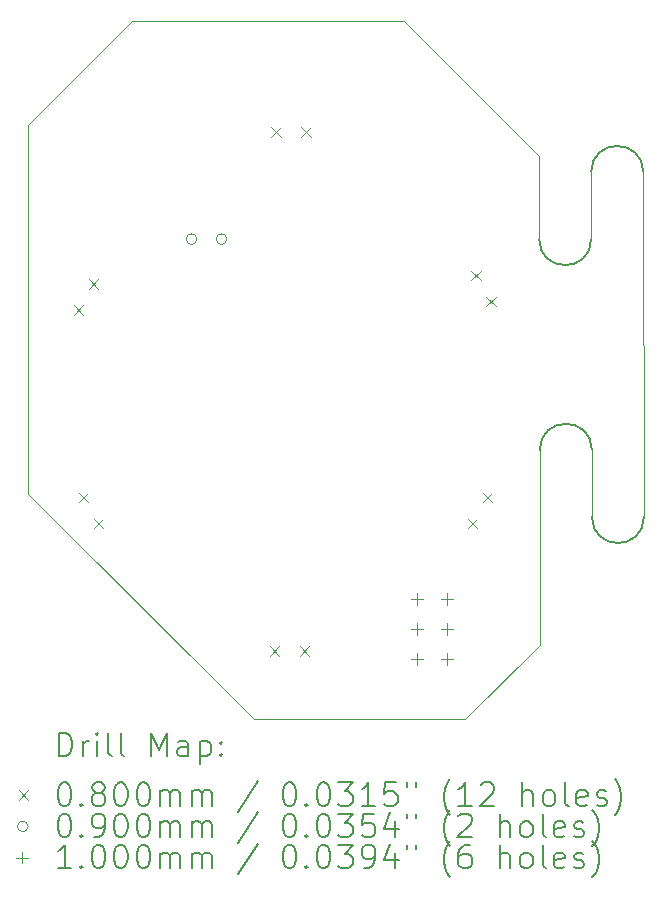
<source format=gbr>
%TF.GenerationSoftware,KiCad,Pcbnew,9.0.4*%
%TF.CreationDate,2025-10-13T15:08:05-05:00*%
%TF.ProjectId,tplane2025,74706c61-6e65-4323-9032-352e6b696361,rev?*%
%TF.SameCoordinates,Original*%
%TF.FileFunction,Drillmap*%
%TF.FilePolarity,Positive*%
%FSLAX45Y45*%
G04 Gerber Fmt 4.5, Leading zero omitted, Abs format (unit mm)*
G04 Created by KiCad (PCBNEW 9.0.4) date 2025-10-13 15:08:05*
%MOMM*%
%LPD*%
G01*
G04 APERTURE LIST*
%ADD10C,0.200000*%
%ADD11C,0.050000*%
%ADD12C,0.100000*%
G04 APERTURE END LIST*
D10*
X17290422Y-5948000D02*
G75*
G02*
X17731267Y-5948000I220422J0D01*
G01*
D11*
X14434000Y-10582000D02*
X12526000Y-8674000D01*
X17296422Y-8300578D02*
X17296422Y-8868578D01*
D10*
X17737267Y-8868578D02*
G75*
G02*
X17296422Y-8868578I-220422J0D01*
G01*
X16855578Y-8300578D02*
G75*
G02*
X17296422Y-8300578I220422J0D01*
G01*
D11*
X17290422Y-6516000D02*
X17290422Y-5948000D01*
X16226000Y-10582000D02*
X14434000Y-10582000D01*
X16849578Y-6516000D02*
X16849578Y-5817000D01*
X13406000Y-4671000D02*
X15704000Y-4671000D01*
X17737267Y-8868578D02*
X17731267Y-5948000D01*
X16855578Y-9952000D02*
X16226000Y-10582000D01*
X12526000Y-5551000D02*
X13406000Y-4671000D01*
X16855578Y-8300578D02*
X16855578Y-9952000D01*
X15704000Y-4671000D02*
X16849578Y-5816578D01*
X12526000Y-8674000D02*
X12526000Y-5551000D01*
D10*
X17290422Y-6516000D02*
G75*
G02*
X16849578Y-6516000I-220422J0D01*
G01*
D12*
X12908848Y-7075467D02*
X12988848Y-7155467D01*
X12988848Y-7075467D02*
X12908848Y-7155467D01*
X12950000Y-8662030D02*
X13030000Y-8742030D01*
X13030000Y-8662030D02*
X12950000Y-8742030D01*
X13035848Y-6855497D02*
X13115848Y-6935497D01*
X13115848Y-6855497D02*
X13035848Y-6935497D01*
X13077000Y-8882000D02*
X13157000Y-8962000D01*
X13157000Y-8882000D02*
X13077000Y-8962000D01*
X14571000Y-9962000D02*
X14651000Y-10042000D01*
X14651000Y-9962000D02*
X14571000Y-10042000D01*
X14582000Y-5570500D02*
X14662000Y-5650500D01*
X14662000Y-5570500D02*
X14582000Y-5650500D01*
X14825000Y-9962000D02*
X14905000Y-10042000D01*
X14905000Y-9962000D02*
X14825000Y-10042000D01*
X14836000Y-5570500D02*
X14916000Y-5650500D01*
X14916000Y-5570500D02*
X14836000Y-5650500D01*
X16245152Y-8884503D02*
X16325152Y-8964503D01*
X16325152Y-8884503D02*
X16245152Y-8964503D01*
X16274152Y-6786033D02*
X16354152Y-6866033D01*
X16354152Y-6786033D02*
X16274152Y-6866033D01*
X16372152Y-8664533D02*
X16452152Y-8744533D01*
X16452152Y-8664533D02*
X16372152Y-8744533D01*
X16401152Y-7006003D02*
X16481152Y-7086003D01*
X16481152Y-7006003D02*
X16401152Y-7086003D01*
X13952000Y-6516000D02*
G75*
G02*
X13862000Y-6516000I-45000J0D01*
G01*
X13862000Y-6516000D02*
G75*
G02*
X13952000Y-6516000I45000J0D01*
G01*
X14206000Y-6516000D02*
G75*
G02*
X14116000Y-6516000I-45000J0D01*
G01*
X14116000Y-6516000D02*
G75*
G02*
X14206000Y-6516000I45000J0D01*
G01*
X15817000Y-9515000D02*
X15817000Y-9615000D01*
X15767000Y-9565000D02*
X15867000Y-9565000D01*
X15817000Y-9769000D02*
X15817000Y-9869000D01*
X15767000Y-9819000D02*
X15867000Y-9819000D01*
X15817000Y-10023000D02*
X15817000Y-10123000D01*
X15767000Y-10073000D02*
X15867000Y-10073000D01*
X16071000Y-9515000D02*
X16071000Y-9615000D01*
X16021000Y-9565000D02*
X16121000Y-9565000D01*
X16071000Y-9769000D02*
X16071000Y-9869000D01*
X16021000Y-9819000D02*
X16121000Y-9819000D01*
X16071000Y-10023000D02*
X16071000Y-10123000D01*
X16021000Y-10073000D02*
X16121000Y-10073000D01*
D10*
X12784277Y-10895984D02*
X12784277Y-10695984D01*
X12784277Y-10695984D02*
X12831896Y-10695984D01*
X12831896Y-10695984D02*
X12860467Y-10705508D01*
X12860467Y-10705508D02*
X12879515Y-10724555D01*
X12879515Y-10724555D02*
X12889039Y-10743603D01*
X12889039Y-10743603D02*
X12898562Y-10781698D01*
X12898562Y-10781698D02*
X12898562Y-10810270D01*
X12898562Y-10810270D02*
X12889039Y-10848365D01*
X12889039Y-10848365D02*
X12879515Y-10867412D01*
X12879515Y-10867412D02*
X12860467Y-10886460D01*
X12860467Y-10886460D02*
X12831896Y-10895984D01*
X12831896Y-10895984D02*
X12784277Y-10895984D01*
X12984277Y-10895984D02*
X12984277Y-10762650D01*
X12984277Y-10800746D02*
X12993801Y-10781698D01*
X12993801Y-10781698D02*
X13003324Y-10772174D01*
X13003324Y-10772174D02*
X13022372Y-10762650D01*
X13022372Y-10762650D02*
X13041420Y-10762650D01*
X13108086Y-10895984D02*
X13108086Y-10762650D01*
X13108086Y-10695984D02*
X13098562Y-10705508D01*
X13098562Y-10705508D02*
X13108086Y-10715031D01*
X13108086Y-10715031D02*
X13117610Y-10705508D01*
X13117610Y-10705508D02*
X13108086Y-10695984D01*
X13108086Y-10695984D02*
X13108086Y-10715031D01*
X13231896Y-10895984D02*
X13212848Y-10886460D01*
X13212848Y-10886460D02*
X13203324Y-10867412D01*
X13203324Y-10867412D02*
X13203324Y-10695984D01*
X13336658Y-10895984D02*
X13317610Y-10886460D01*
X13317610Y-10886460D02*
X13308086Y-10867412D01*
X13308086Y-10867412D02*
X13308086Y-10695984D01*
X13565229Y-10895984D02*
X13565229Y-10695984D01*
X13565229Y-10695984D02*
X13631896Y-10838841D01*
X13631896Y-10838841D02*
X13698562Y-10695984D01*
X13698562Y-10695984D02*
X13698562Y-10895984D01*
X13879515Y-10895984D02*
X13879515Y-10791222D01*
X13879515Y-10791222D02*
X13869991Y-10772174D01*
X13869991Y-10772174D02*
X13850943Y-10762650D01*
X13850943Y-10762650D02*
X13812848Y-10762650D01*
X13812848Y-10762650D02*
X13793801Y-10772174D01*
X13879515Y-10886460D02*
X13860467Y-10895984D01*
X13860467Y-10895984D02*
X13812848Y-10895984D01*
X13812848Y-10895984D02*
X13793801Y-10886460D01*
X13793801Y-10886460D02*
X13784277Y-10867412D01*
X13784277Y-10867412D02*
X13784277Y-10848365D01*
X13784277Y-10848365D02*
X13793801Y-10829317D01*
X13793801Y-10829317D02*
X13812848Y-10819793D01*
X13812848Y-10819793D02*
X13860467Y-10819793D01*
X13860467Y-10819793D02*
X13879515Y-10810270D01*
X13974753Y-10762650D02*
X13974753Y-10962650D01*
X13974753Y-10772174D02*
X13993801Y-10762650D01*
X13993801Y-10762650D02*
X14031896Y-10762650D01*
X14031896Y-10762650D02*
X14050943Y-10772174D01*
X14050943Y-10772174D02*
X14060467Y-10781698D01*
X14060467Y-10781698D02*
X14069991Y-10800746D01*
X14069991Y-10800746D02*
X14069991Y-10857889D01*
X14069991Y-10857889D02*
X14060467Y-10876936D01*
X14060467Y-10876936D02*
X14050943Y-10886460D01*
X14050943Y-10886460D02*
X14031896Y-10895984D01*
X14031896Y-10895984D02*
X13993801Y-10895984D01*
X13993801Y-10895984D02*
X13974753Y-10886460D01*
X14155705Y-10876936D02*
X14165229Y-10886460D01*
X14165229Y-10886460D02*
X14155705Y-10895984D01*
X14155705Y-10895984D02*
X14146182Y-10886460D01*
X14146182Y-10886460D02*
X14155705Y-10876936D01*
X14155705Y-10876936D02*
X14155705Y-10895984D01*
X14155705Y-10772174D02*
X14165229Y-10781698D01*
X14165229Y-10781698D02*
X14155705Y-10791222D01*
X14155705Y-10791222D02*
X14146182Y-10781698D01*
X14146182Y-10781698D02*
X14155705Y-10772174D01*
X14155705Y-10772174D02*
X14155705Y-10791222D01*
D12*
X12443500Y-11184500D02*
X12523500Y-11264500D01*
X12523500Y-11184500D02*
X12443500Y-11264500D01*
D10*
X12822372Y-11115984D02*
X12841420Y-11115984D01*
X12841420Y-11115984D02*
X12860467Y-11125508D01*
X12860467Y-11125508D02*
X12869991Y-11135031D01*
X12869991Y-11135031D02*
X12879515Y-11154079D01*
X12879515Y-11154079D02*
X12889039Y-11192174D01*
X12889039Y-11192174D02*
X12889039Y-11239793D01*
X12889039Y-11239793D02*
X12879515Y-11277888D01*
X12879515Y-11277888D02*
X12869991Y-11296936D01*
X12869991Y-11296936D02*
X12860467Y-11306460D01*
X12860467Y-11306460D02*
X12841420Y-11315984D01*
X12841420Y-11315984D02*
X12822372Y-11315984D01*
X12822372Y-11315984D02*
X12803324Y-11306460D01*
X12803324Y-11306460D02*
X12793801Y-11296936D01*
X12793801Y-11296936D02*
X12784277Y-11277888D01*
X12784277Y-11277888D02*
X12774753Y-11239793D01*
X12774753Y-11239793D02*
X12774753Y-11192174D01*
X12774753Y-11192174D02*
X12784277Y-11154079D01*
X12784277Y-11154079D02*
X12793801Y-11135031D01*
X12793801Y-11135031D02*
X12803324Y-11125508D01*
X12803324Y-11125508D02*
X12822372Y-11115984D01*
X12974753Y-11296936D02*
X12984277Y-11306460D01*
X12984277Y-11306460D02*
X12974753Y-11315984D01*
X12974753Y-11315984D02*
X12965229Y-11306460D01*
X12965229Y-11306460D02*
X12974753Y-11296936D01*
X12974753Y-11296936D02*
X12974753Y-11315984D01*
X13098562Y-11201698D02*
X13079515Y-11192174D01*
X13079515Y-11192174D02*
X13069991Y-11182650D01*
X13069991Y-11182650D02*
X13060467Y-11163603D01*
X13060467Y-11163603D02*
X13060467Y-11154079D01*
X13060467Y-11154079D02*
X13069991Y-11135031D01*
X13069991Y-11135031D02*
X13079515Y-11125508D01*
X13079515Y-11125508D02*
X13098562Y-11115984D01*
X13098562Y-11115984D02*
X13136658Y-11115984D01*
X13136658Y-11115984D02*
X13155705Y-11125508D01*
X13155705Y-11125508D02*
X13165229Y-11135031D01*
X13165229Y-11135031D02*
X13174753Y-11154079D01*
X13174753Y-11154079D02*
X13174753Y-11163603D01*
X13174753Y-11163603D02*
X13165229Y-11182650D01*
X13165229Y-11182650D02*
X13155705Y-11192174D01*
X13155705Y-11192174D02*
X13136658Y-11201698D01*
X13136658Y-11201698D02*
X13098562Y-11201698D01*
X13098562Y-11201698D02*
X13079515Y-11211222D01*
X13079515Y-11211222D02*
X13069991Y-11220746D01*
X13069991Y-11220746D02*
X13060467Y-11239793D01*
X13060467Y-11239793D02*
X13060467Y-11277888D01*
X13060467Y-11277888D02*
X13069991Y-11296936D01*
X13069991Y-11296936D02*
X13079515Y-11306460D01*
X13079515Y-11306460D02*
X13098562Y-11315984D01*
X13098562Y-11315984D02*
X13136658Y-11315984D01*
X13136658Y-11315984D02*
X13155705Y-11306460D01*
X13155705Y-11306460D02*
X13165229Y-11296936D01*
X13165229Y-11296936D02*
X13174753Y-11277888D01*
X13174753Y-11277888D02*
X13174753Y-11239793D01*
X13174753Y-11239793D02*
X13165229Y-11220746D01*
X13165229Y-11220746D02*
X13155705Y-11211222D01*
X13155705Y-11211222D02*
X13136658Y-11201698D01*
X13298562Y-11115984D02*
X13317610Y-11115984D01*
X13317610Y-11115984D02*
X13336658Y-11125508D01*
X13336658Y-11125508D02*
X13346182Y-11135031D01*
X13346182Y-11135031D02*
X13355705Y-11154079D01*
X13355705Y-11154079D02*
X13365229Y-11192174D01*
X13365229Y-11192174D02*
X13365229Y-11239793D01*
X13365229Y-11239793D02*
X13355705Y-11277888D01*
X13355705Y-11277888D02*
X13346182Y-11296936D01*
X13346182Y-11296936D02*
X13336658Y-11306460D01*
X13336658Y-11306460D02*
X13317610Y-11315984D01*
X13317610Y-11315984D02*
X13298562Y-11315984D01*
X13298562Y-11315984D02*
X13279515Y-11306460D01*
X13279515Y-11306460D02*
X13269991Y-11296936D01*
X13269991Y-11296936D02*
X13260467Y-11277888D01*
X13260467Y-11277888D02*
X13250943Y-11239793D01*
X13250943Y-11239793D02*
X13250943Y-11192174D01*
X13250943Y-11192174D02*
X13260467Y-11154079D01*
X13260467Y-11154079D02*
X13269991Y-11135031D01*
X13269991Y-11135031D02*
X13279515Y-11125508D01*
X13279515Y-11125508D02*
X13298562Y-11115984D01*
X13489039Y-11115984D02*
X13508086Y-11115984D01*
X13508086Y-11115984D02*
X13527134Y-11125508D01*
X13527134Y-11125508D02*
X13536658Y-11135031D01*
X13536658Y-11135031D02*
X13546182Y-11154079D01*
X13546182Y-11154079D02*
X13555705Y-11192174D01*
X13555705Y-11192174D02*
X13555705Y-11239793D01*
X13555705Y-11239793D02*
X13546182Y-11277888D01*
X13546182Y-11277888D02*
X13536658Y-11296936D01*
X13536658Y-11296936D02*
X13527134Y-11306460D01*
X13527134Y-11306460D02*
X13508086Y-11315984D01*
X13508086Y-11315984D02*
X13489039Y-11315984D01*
X13489039Y-11315984D02*
X13469991Y-11306460D01*
X13469991Y-11306460D02*
X13460467Y-11296936D01*
X13460467Y-11296936D02*
X13450943Y-11277888D01*
X13450943Y-11277888D02*
X13441420Y-11239793D01*
X13441420Y-11239793D02*
X13441420Y-11192174D01*
X13441420Y-11192174D02*
X13450943Y-11154079D01*
X13450943Y-11154079D02*
X13460467Y-11135031D01*
X13460467Y-11135031D02*
X13469991Y-11125508D01*
X13469991Y-11125508D02*
X13489039Y-11115984D01*
X13641420Y-11315984D02*
X13641420Y-11182650D01*
X13641420Y-11201698D02*
X13650943Y-11192174D01*
X13650943Y-11192174D02*
X13669991Y-11182650D01*
X13669991Y-11182650D02*
X13698563Y-11182650D01*
X13698563Y-11182650D02*
X13717610Y-11192174D01*
X13717610Y-11192174D02*
X13727134Y-11211222D01*
X13727134Y-11211222D02*
X13727134Y-11315984D01*
X13727134Y-11211222D02*
X13736658Y-11192174D01*
X13736658Y-11192174D02*
X13755705Y-11182650D01*
X13755705Y-11182650D02*
X13784277Y-11182650D01*
X13784277Y-11182650D02*
X13803324Y-11192174D01*
X13803324Y-11192174D02*
X13812848Y-11211222D01*
X13812848Y-11211222D02*
X13812848Y-11315984D01*
X13908086Y-11315984D02*
X13908086Y-11182650D01*
X13908086Y-11201698D02*
X13917610Y-11192174D01*
X13917610Y-11192174D02*
X13936658Y-11182650D01*
X13936658Y-11182650D02*
X13965229Y-11182650D01*
X13965229Y-11182650D02*
X13984277Y-11192174D01*
X13984277Y-11192174D02*
X13993801Y-11211222D01*
X13993801Y-11211222D02*
X13993801Y-11315984D01*
X13993801Y-11211222D02*
X14003324Y-11192174D01*
X14003324Y-11192174D02*
X14022372Y-11182650D01*
X14022372Y-11182650D02*
X14050943Y-11182650D01*
X14050943Y-11182650D02*
X14069991Y-11192174D01*
X14069991Y-11192174D02*
X14079515Y-11211222D01*
X14079515Y-11211222D02*
X14079515Y-11315984D01*
X14469991Y-11106460D02*
X14298563Y-11363603D01*
X14727134Y-11115984D02*
X14746182Y-11115984D01*
X14746182Y-11115984D02*
X14765229Y-11125508D01*
X14765229Y-11125508D02*
X14774753Y-11135031D01*
X14774753Y-11135031D02*
X14784277Y-11154079D01*
X14784277Y-11154079D02*
X14793801Y-11192174D01*
X14793801Y-11192174D02*
X14793801Y-11239793D01*
X14793801Y-11239793D02*
X14784277Y-11277888D01*
X14784277Y-11277888D02*
X14774753Y-11296936D01*
X14774753Y-11296936D02*
X14765229Y-11306460D01*
X14765229Y-11306460D02*
X14746182Y-11315984D01*
X14746182Y-11315984D02*
X14727134Y-11315984D01*
X14727134Y-11315984D02*
X14708086Y-11306460D01*
X14708086Y-11306460D02*
X14698563Y-11296936D01*
X14698563Y-11296936D02*
X14689039Y-11277888D01*
X14689039Y-11277888D02*
X14679515Y-11239793D01*
X14679515Y-11239793D02*
X14679515Y-11192174D01*
X14679515Y-11192174D02*
X14689039Y-11154079D01*
X14689039Y-11154079D02*
X14698563Y-11135031D01*
X14698563Y-11135031D02*
X14708086Y-11125508D01*
X14708086Y-11125508D02*
X14727134Y-11115984D01*
X14879515Y-11296936D02*
X14889039Y-11306460D01*
X14889039Y-11306460D02*
X14879515Y-11315984D01*
X14879515Y-11315984D02*
X14869991Y-11306460D01*
X14869991Y-11306460D02*
X14879515Y-11296936D01*
X14879515Y-11296936D02*
X14879515Y-11315984D01*
X15012848Y-11115984D02*
X15031896Y-11115984D01*
X15031896Y-11115984D02*
X15050944Y-11125508D01*
X15050944Y-11125508D02*
X15060467Y-11135031D01*
X15060467Y-11135031D02*
X15069991Y-11154079D01*
X15069991Y-11154079D02*
X15079515Y-11192174D01*
X15079515Y-11192174D02*
X15079515Y-11239793D01*
X15079515Y-11239793D02*
X15069991Y-11277888D01*
X15069991Y-11277888D02*
X15060467Y-11296936D01*
X15060467Y-11296936D02*
X15050944Y-11306460D01*
X15050944Y-11306460D02*
X15031896Y-11315984D01*
X15031896Y-11315984D02*
X15012848Y-11315984D01*
X15012848Y-11315984D02*
X14993801Y-11306460D01*
X14993801Y-11306460D02*
X14984277Y-11296936D01*
X14984277Y-11296936D02*
X14974753Y-11277888D01*
X14974753Y-11277888D02*
X14965229Y-11239793D01*
X14965229Y-11239793D02*
X14965229Y-11192174D01*
X14965229Y-11192174D02*
X14974753Y-11154079D01*
X14974753Y-11154079D02*
X14984277Y-11135031D01*
X14984277Y-11135031D02*
X14993801Y-11125508D01*
X14993801Y-11125508D02*
X15012848Y-11115984D01*
X15146182Y-11115984D02*
X15269991Y-11115984D01*
X15269991Y-11115984D02*
X15203325Y-11192174D01*
X15203325Y-11192174D02*
X15231896Y-11192174D01*
X15231896Y-11192174D02*
X15250944Y-11201698D01*
X15250944Y-11201698D02*
X15260467Y-11211222D01*
X15260467Y-11211222D02*
X15269991Y-11230269D01*
X15269991Y-11230269D02*
X15269991Y-11277888D01*
X15269991Y-11277888D02*
X15260467Y-11296936D01*
X15260467Y-11296936D02*
X15250944Y-11306460D01*
X15250944Y-11306460D02*
X15231896Y-11315984D01*
X15231896Y-11315984D02*
X15174753Y-11315984D01*
X15174753Y-11315984D02*
X15155706Y-11306460D01*
X15155706Y-11306460D02*
X15146182Y-11296936D01*
X15460467Y-11315984D02*
X15346182Y-11315984D01*
X15403325Y-11315984D02*
X15403325Y-11115984D01*
X15403325Y-11115984D02*
X15384277Y-11144555D01*
X15384277Y-11144555D02*
X15365229Y-11163603D01*
X15365229Y-11163603D02*
X15346182Y-11173127D01*
X15641420Y-11115984D02*
X15546182Y-11115984D01*
X15546182Y-11115984D02*
X15536658Y-11211222D01*
X15536658Y-11211222D02*
X15546182Y-11201698D01*
X15546182Y-11201698D02*
X15565229Y-11192174D01*
X15565229Y-11192174D02*
X15612848Y-11192174D01*
X15612848Y-11192174D02*
X15631896Y-11201698D01*
X15631896Y-11201698D02*
X15641420Y-11211222D01*
X15641420Y-11211222D02*
X15650944Y-11230269D01*
X15650944Y-11230269D02*
X15650944Y-11277888D01*
X15650944Y-11277888D02*
X15641420Y-11296936D01*
X15641420Y-11296936D02*
X15631896Y-11306460D01*
X15631896Y-11306460D02*
X15612848Y-11315984D01*
X15612848Y-11315984D02*
X15565229Y-11315984D01*
X15565229Y-11315984D02*
X15546182Y-11306460D01*
X15546182Y-11306460D02*
X15536658Y-11296936D01*
X15727134Y-11115984D02*
X15727134Y-11154079D01*
X15803325Y-11115984D02*
X15803325Y-11154079D01*
X16098563Y-11392174D02*
X16089039Y-11382650D01*
X16089039Y-11382650D02*
X16069991Y-11354079D01*
X16069991Y-11354079D02*
X16060468Y-11335031D01*
X16060468Y-11335031D02*
X16050944Y-11306460D01*
X16050944Y-11306460D02*
X16041420Y-11258841D01*
X16041420Y-11258841D02*
X16041420Y-11220746D01*
X16041420Y-11220746D02*
X16050944Y-11173127D01*
X16050944Y-11173127D02*
X16060468Y-11144555D01*
X16060468Y-11144555D02*
X16069991Y-11125508D01*
X16069991Y-11125508D02*
X16089039Y-11096936D01*
X16089039Y-11096936D02*
X16098563Y-11087412D01*
X16279515Y-11315984D02*
X16165229Y-11315984D01*
X16222372Y-11315984D02*
X16222372Y-11115984D01*
X16222372Y-11115984D02*
X16203325Y-11144555D01*
X16203325Y-11144555D02*
X16184277Y-11163603D01*
X16184277Y-11163603D02*
X16165229Y-11173127D01*
X16355706Y-11135031D02*
X16365229Y-11125508D01*
X16365229Y-11125508D02*
X16384277Y-11115984D01*
X16384277Y-11115984D02*
X16431896Y-11115984D01*
X16431896Y-11115984D02*
X16450944Y-11125508D01*
X16450944Y-11125508D02*
X16460468Y-11135031D01*
X16460468Y-11135031D02*
X16469991Y-11154079D01*
X16469991Y-11154079D02*
X16469991Y-11173127D01*
X16469991Y-11173127D02*
X16460468Y-11201698D01*
X16460468Y-11201698D02*
X16346182Y-11315984D01*
X16346182Y-11315984D02*
X16469991Y-11315984D01*
X16708087Y-11315984D02*
X16708087Y-11115984D01*
X16793801Y-11315984D02*
X16793801Y-11211222D01*
X16793801Y-11211222D02*
X16784277Y-11192174D01*
X16784277Y-11192174D02*
X16765230Y-11182650D01*
X16765230Y-11182650D02*
X16736658Y-11182650D01*
X16736658Y-11182650D02*
X16717610Y-11192174D01*
X16717610Y-11192174D02*
X16708087Y-11201698D01*
X16917611Y-11315984D02*
X16898563Y-11306460D01*
X16898563Y-11306460D02*
X16889039Y-11296936D01*
X16889039Y-11296936D02*
X16879515Y-11277888D01*
X16879515Y-11277888D02*
X16879515Y-11220746D01*
X16879515Y-11220746D02*
X16889039Y-11201698D01*
X16889039Y-11201698D02*
X16898563Y-11192174D01*
X16898563Y-11192174D02*
X16917611Y-11182650D01*
X16917611Y-11182650D02*
X16946182Y-11182650D01*
X16946182Y-11182650D02*
X16965230Y-11192174D01*
X16965230Y-11192174D02*
X16974753Y-11201698D01*
X16974753Y-11201698D02*
X16984277Y-11220746D01*
X16984277Y-11220746D02*
X16984277Y-11277888D01*
X16984277Y-11277888D02*
X16974753Y-11296936D01*
X16974753Y-11296936D02*
X16965230Y-11306460D01*
X16965230Y-11306460D02*
X16946182Y-11315984D01*
X16946182Y-11315984D02*
X16917611Y-11315984D01*
X17098563Y-11315984D02*
X17079515Y-11306460D01*
X17079515Y-11306460D02*
X17069992Y-11287412D01*
X17069992Y-11287412D02*
X17069992Y-11115984D01*
X17250944Y-11306460D02*
X17231896Y-11315984D01*
X17231896Y-11315984D02*
X17193801Y-11315984D01*
X17193801Y-11315984D02*
X17174753Y-11306460D01*
X17174753Y-11306460D02*
X17165230Y-11287412D01*
X17165230Y-11287412D02*
X17165230Y-11211222D01*
X17165230Y-11211222D02*
X17174753Y-11192174D01*
X17174753Y-11192174D02*
X17193801Y-11182650D01*
X17193801Y-11182650D02*
X17231896Y-11182650D01*
X17231896Y-11182650D02*
X17250944Y-11192174D01*
X17250944Y-11192174D02*
X17260468Y-11211222D01*
X17260468Y-11211222D02*
X17260468Y-11230269D01*
X17260468Y-11230269D02*
X17165230Y-11249317D01*
X17336658Y-11306460D02*
X17355706Y-11315984D01*
X17355706Y-11315984D02*
X17393801Y-11315984D01*
X17393801Y-11315984D02*
X17412849Y-11306460D01*
X17412849Y-11306460D02*
X17422373Y-11287412D01*
X17422373Y-11287412D02*
X17422373Y-11277888D01*
X17422373Y-11277888D02*
X17412849Y-11258841D01*
X17412849Y-11258841D02*
X17393801Y-11249317D01*
X17393801Y-11249317D02*
X17365230Y-11249317D01*
X17365230Y-11249317D02*
X17346182Y-11239793D01*
X17346182Y-11239793D02*
X17336658Y-11220746D01*
X17336658Y-11220746D02*
X17336658Y-11211222D01*
X17336658Y-11211222D02*
X17346182Y-11192174D01*
X17346182Y-11192174D02*
X17365230Y-11182650D01*
X17365230Y-11182650D02*
X17393801Y-11182650D01*
X17393801Y-11182650D02*
X17412849Y-11192174D01*
X17489039Y-11392174D02*
X17498563Y-11382650D01*
X17498563Y-11382650D02*
X17517611Y-11354079D01*
X17517611Y-11354079D02*
X17527134Y-11335031D01*
X17527134Y-11335031D02*
X17536658Y-11306460D01*
X17536658Y-11306460D02*
X17546182Y-11258841D01*
X17546182Y-11258841D02*
X17546182Y-11220746D01*
X17546182Y-11220746D02*
X17536658Y-11173127D01*
X17536658Y-11173127D02*
X17527134Y-11144555D01*
X17527134Y-11144555D02*
X17517611Y-11125508D01*
X17517611Y-11125508D02*
X17498563Y-11096936D01*
X17498563Y-11096936D02*
X17489039Y-11087412D01*
D12*
X12523500Y-11488500D02*
G75*
G02*
X12433500Y-11488500I-45000J0D01*
G01*
X12433500Y-11488500D02*
G75*
G02*
X12523500Y-11488500I45000J0D01*
G01*
D10*
X12822372Y-11379984D02*
X12841420Y-11379984D01*
X12841420Y-11379984D02*
X12860467Y-11389508D01*
X12860467Y-11389508D02*
X12869991Y-11399031D01*
X12869991Y-11399031D02*
X12879515Y-11418079D01*
X12879515Y-11418079D02*
X12889039Y-11456174D01*
X12889039Y-11456174D02*
X12889039Y-11503793D01*
X12889039Y-11503793D02*
X12879515Y-11541888D01*
X12879515Y-11541888D02*
X12869991Y-11560936D01*
X12869991Y-11560936D02*
X12860467Y-11570460D01*
X12860467Y-11570460D02*
X12841420Y-11579984D01*
X12841420Y-11579984D02*
X12822372Y-11579984D01*
X12822372Y-11579984D02*
X12803324Y-11570460D01*
X12803324Y-11570460D02*
X12793801Y-11560936D01*
X12793801Y-11560936D02*
X12784277Y-11541888D01*
X12784277Y-11541888D02*
X12774753Y-11503793D01*
X12774753Y-11503793D02*
X12774753Y-11456174D01*
X12774753Y-11456174D02*
X12784277Y-11418079D01*
X12784277Y-11418079D02*
X12793801Y-11399031D01*
X12793801Y-11399031D02*
X12803324Y-11389508D01*
X12803324Y-11389508D02*
X12822372Y-11379984D01*
X12974753Y-11560936D02*
X12984277Y-11570460D01*
X12984277Y-11570460D02*
X12974753Y-11579984D01*
X12974753Y-11579984D02*
X12965229Y-11570460D01*
X12965229Y-11570460D02*
X12974753Y-11560936D01*
X12974753Y-11560936D02*
X12974753Y-11579984D01*
X13079515Y-11579984D02*
X13117610Y-11579984D01*
X13117610Y-11579984D02*
X13136658Y-11570460D01*
X13136658Y-11570460D02*
X13146182Y-11560936D01*
X13146182Y-11560936D02*
X13165229Y-11532365D01*
X13165229Y-11532365D02*
X13174753Y-11494269D01*
X13174753Y-11494269D02*
X13174753Y-11418079D01*
X13174753Y-11418079D02*
X13165229Y-11399031D01*
X13165229Y-11399031D02*
X13155705Y-11389508D01*
X13155705Y-11389508D02*
X13136658Y-11379984D01*
X13136658Y-11379984D02*
X13098562Y-11379984D01*
X13098562Y-11379984D02*
X13079515Y-11389508D01*
X13079515Y-11389508D02*
X13069991Y-11399031D01*
X13069991Y-11399031D02*
X13060467Y-11418079D01*
X13060467Y-11418079D02*
X13060467Y-11465698D01*
X13060467Y-11465698D02*
X13069991Y-11484746D01*
X13069991Y-11484746D02*
X13079515Y-11494269D01*
X13079515Y-11494269D02*
X13098562Y-11503793D01*
X13098562Y-11503793D02*
X13136658Y-11503793D01*
X13136658Y-11503793D02*
X13155705Y-11494269D01*
X13155705Y-11494269D02*
X13165229Y-11484746D01*
X13165229Y-11484746D02*
X13174753Y-11465698D01*
X13298562Y-11379984D02*
X13317610Y-11379984D01*
X13317610Y-11379984D02*
X13336658Y-11389508D01*
X13336658Y-11389508D02*
X13346182Y-11399031D01*
X13346182Y-11399031D02*
X13355705Y-11418079D01*
X13355705Y-11418079D02*
X13365229Y-11456174D01*
X13365229Y-11456174D02*
X13365229Y-11503793D01*
X13365229Y-11503793D02*
X13355705Y-11541888D01*
X13355705Y-11541888D02*
X13346182Y-11560936D01*
X13346182Y-11560936D02*
X13336658Y-11570460D01*
X13336658Y-11570460D02*
X13317610Y-11579984D01*
X13317610Y-11579984D02*
X13298562Y-11579984D01*
X13298562Y-11579984D02*
X13279515Y-11570460D01*
X13279515Y-11570460D02*
X13269991Y-11560936D01*
X13269991Y-11560936D02*
X13260467Y-11541888D01*
X13260467Y-11541888D02*
X13250943Y-11503793D01*
X13250943Y-11503793D02*
X13250943Y-11456174D01*
X13250943Y-11456174D02*
X13260467Y-11418079D01*
X13260467Y-11418079D02*
X13269991Y-11399031D01*
X13269991Y-11399031D02*
X13279515Y-11389508D01*
X13279515Y-11389508D02*
X13298562Y-11379984D01*
X13489039Y-11379984D02*
X13508086Y-11379984D01*
X13508086Y-11379984D02*
X13527134Y-11389508D01*
X13527134Y-11389508D02*
X13536658Y-11399031D01*
X13536658Y-11399031D02*
X13546182Y-11418079D01*
X13546182Y-11418079D02*
X13555705Y-11456174D01*
X13555705Y-11456174D02*
X13555705Y-11503793D01*
X13555705Y-11503793D02*
X13546182Y-11541888D01*
X13546182Y-11541888D02*
X13536658Y-11560936D01*
X13536658Y-11560936D02*
X13527134Y-11570460D01*
X13527134Y-11570460D02*
X13508086Y-11579984D01*
X13508086Y-11579984D02*
X13489039Y-11579984D01*
X13489039Y-11579984D02*
X13469991Y-11570460D01*
X13469991Y-11570460D02*
X13460467Y-11560936D01*
X13460467Y-11560936D02*
X13450943Y-11541888D01*
X13450943Y-11541888D02*
X13441420Y-11503793D01*
X13441420Y-11503793D02*
X13441420Y-11456174D01*
X13441420Y-11456174D02*
X13450943Y-11418079D01*
X13450943Y-11418079D02*
X13460467Y-11399031D01*
X13460467Y-11399031D02*
X13469991Y-11389508D01*
X13469991Y-11389508D02*
X13489039Y-11379984D01*
X13641420Y-11579984D02*
X13641420Y-11446650D01*
X13641420Y-11465698D02*
X13650943Y-11456174D01*
X13650943Y-11456174D02*
X13669991Y-11446650D01*
X13669991Y-11446650D02*
X13698563Y-11446650D01*
X13698563Y-11446650D02*
X13717610Y-11456174D01*
X13717610Y-11456174D02*
X13727134Y-11475222D01*
X13727134Y-11475222D02*
X13727134Y-11579984D01*
X13727134Y-11475222D02*
X13736658Y-11456174D01*
X13736658Y-11456174D02*
X13755705Y-11446650D01*
X13755705Y-11446650D02*
X13784277Y-11446650D01*
X13784277Y-11446650D02*
X13803324Y-11456174D01*
X13803324Y-11456174D02*
X13812848Y-11475222D01*
X13812848Y-11475222D02*
X13812848Y-11579984D01*
X13908086Y-11579984D02*
X13908086Y-11446650D01*
X13908086Y-11465698D02*
X13917610Y-11456174D01*
X13917610Y-11456174D02*
X13936658Y-11446650D01*
X13936658Y-11446650D02*
X13965229Y-11446650D01*
X13965229Y-11446650D02*
X13984277Y-11456174D01*
X13984277Y-11456174D02*
X13993801Y-11475222D01*
X13993801Y-11475222D02*
X13993801Y-11579984D01*
X13993801Y-11475222D02*
X14003324Y-11456174D01*
X14003324Y-11456174D02*
X14022372Y-11446650D01*
X14022372Y-11446650D02*
X14050943Y-11446650D01*
X14050943Y-11446650D02*
X14069991Y-11456174D01*
X14069991Y-11456174D02*
X14079515Y-11475222D01*
X14079515Y-11475222D02*
X14079515Y-11579984D01*
X14469991Y-11370460D02*
X14298563Y-11627603D01*
X14727134Y-11379984D02*
X14746182Y-11379984D01*
X14746182Y-11379984D02*
X14765229Y-11389508D01*
X14765229Y-11389508D02*
X14774753Y-11399031D01*
X14774753Y-11399031D02*
X14784277Y-11418079D01*
X14784277Y-11418079D02*
X14793801Y-11456174D01*
X14793801Y-11456174D02*
X14793801Y-11503793D01*
X14793801Y-11503793D02*
X14784277Y-11541888D01*
X14784277Y-11541888D02*
X14774753Y-11560936D01*
X14774753Y-11560936D02*
X14765229Y-11570460D01*
X14765229Y-11570460D02*
X14746182Y-11579984D01*
X14746182Y-11579984D02*
X14727134Y-11579984D01*
X14727134Y-11579984D02*
X14708086Y-11570460D01*
X14708086Y-11570460D02*
X14698563Y-11560936D01*
X14698563Y-11560936D02*
X14689039Y-11541888D01*
X14689039Y-11541888D02*
X14679515Y-11503793D01*
X14679515Y-11503793D02*
X14679515Y-11456174D01*
X14679515Y-11456174D02*
X14689039Y-11418079D01*
X14689039Y-11418079D02*
X14698563Y-11399031D01*
X14698563Y-11399031D02*
X14708086Y-11389508D01*
X14708086Y-11389508D02*
X14727134Y-11379984D01*
X14879515Y-11560936D02*
X14889039Y-11570460D01*
X14889039Y-11570460D02*
X14879515Y-11579984D01*
X14879515Y-11579984D02*
X14869991Y-11570460D01*
X14869991Y-11570460D02*
X14879515Y-11560936D01*
X14879515Y-11560936D02*
X14879515Y-11579984D01*
X15012848Y-11379984D02*
X15031896Y-11379984D01*
X15031896Y-11379984D02*
X15050944Y-11389508D01*
X15050944Y-11389508D02*
X15060467Y-11399031D01*
X15060467Y-11399031D02*
X15069991Y-11418079D01*
X15069991Y-11418079D02*
X15079515Y-11456174D01*
X15079515Y-11456174D02*
X15079515Y-11503793D01*
X15079515Y-11503793D02*
X15069991Y-11541888D01*
X15069991Y-11541888D02*
X15060467Y-11560936D01*
X15060467Y-11560936D02*
X15050944Y-11570460D01*
X15050944Y-11570460D02*
X15031896Y-11579984D01*
X15031896Y-11579984D02*
X15012848Y-11579984D01*
X15012848Y-11579984D02*
X14993801Y-11570460D01*
X14993801Y-11570460D02*
X14984277Y-11560936D01*
X14984277Y-11560936D02*
X14974753Y-11541888D01*
X14974753Y-11541888D02*
X14965229Y-11503793D01*
X14965229Y-11503793D02*
X14965229Y-11456174D01*
X14965229Y-11456174D02*
X14974753Y-11418079D01*
X14974753Y-11418079D02*
X14984277Y-11399031D01*
X14984277Y-11399031D02*
X14993801Y-11389508D01*
X14993801Y-11389508D02*
X15012848Y-11379984D01*
X15146182Y-11379984D02*
X15269991Y-11379984D01*
X15269991Y-11379984D02*
X15203325Y-11456174D01*
X15203325Y-11456174D02*
X15231896Y-11456174D01*
X15231896Y-11456174D02*
X15250944Y-11465698D01*
X15250944Y-11465698D02*
X15260467Y-11475222D01*
X15260467Y-11475222D02*
X15269991Y-11494269D01*
X15269991Y-11494269D02*
X15269991Y-11541888D01*
X15269991Y-11541888D02*
X15260467Y-11560936D01*
X15260467Y-11560936D02*
X15250944Y-11570460D01*
X15250944Y-11570460D02*
X15231896Y-11579984D01*
X15231896Y-11579984D02*
X15174753Y-11579984D01*
X15174753Y-11579984D02*
X15155706Y-11570460D01*
X15155706Y-11570460D02*
X15146182Y-11560936D01*
X15450944Y-11379984D02*
X15355706Y-11379984D01*
X15355706Y-11379984D02*
X15346182Y-11475222D01*
X15346182Y-11475222D02*
X15355706Y-11465698D01*
X15355706Y-11465698D02*
X15374753Y-11456174D01*
X15374753Y-11456174D02*
X15422372Y-11456174D01*
X15422372Y-11456174D02*
X15441420Y-11465698D01*
X15441420Y-11465698D02*
X15450944Y-11475222D01*
X15450944Y-11475222D02*
X15460467Y-11494269D01*
X15460467Y-11494269D02*
X15460467Y-11541888D01*
X15460467Y-11541888D02*
X15450944Y-11560936D01*
X15450944Y-11560936D02*
X15441420Y-11570460D01*
X15441420Y-11570460D02*
X15422372Y-11579984D01*
X15422372Y-11579984D02*
X15374753Y-11579984D01*
X15374753Y-11579984D02*
X15355706Y-11570460D01*
X15355706Y-11570460D02*
X15346182Y-11560936D01*
X15631896Y-11446650D02*
X15631896Y-11579984D01*
X15584277Y-11370460D02*
X15536658Y-11513317D01*
X15536658Y-11513317D02*
X15660467Y-11513317D01*
X15727134Y-11379984D02*
X15727134Y-11418079D01*
X15803325Y-11379984D02*
X15803325Y-11418079D01*
X16098563Y-11656174D02*
X16089039Y-11646650D01*
X16089039Y-11646650D02*
X16069991Y-11618079D01*
X16069991Y-11618079D02*
X16060468Y-11599031D01*
X16060468Y-11599031D02*
X16050944Y-11570460D01*
X16050944Y-11570460D02*
X16041420Y-11522841D01*
X16041420Y-11522841D02*
X16041420Y-11484746D01*
X16041420Y-11484746D02*
X16050944Y-11437127D01*
X16050944Y-11437127D02*
X16060468Y-11408555D01*
X16060468Y-11408555D02*
X16069991Y-11389508D01*
X16069991Y-11389508D02*
X16089039Y-11360936D01*
X16089039Y-11360936D02*
X16098563Y-11351412D01*
X16165229Y-11399031D02*
X16174753Y-11389508D01*
X16174753Y-11389508D02*
X16193801Y-11379984D01*
X16193801Y-11379984D02*
X16241420Y-11379984D01*
X16241420Y-11379984D02*
X16260468Y-11389508D01*
X16260468Y-11389508D02*
X16269991Y-11399031D01*
X16269991Y-11399031D02*
X16279515Y-11418079D01*
X16279515Y-11418079D02*
X16279515Y-11437127D01*
X16279515Y-11437127D02*
X16269991Y-11465698D01*
X16269991Y-11465698D02*
X16155706Y-11579984D01*
X16155706Y-11579984D02*
X16279515Y-11579984D01*
X16517610Y-11579984D02*
X16517610Y-11379984D01*
X16603325Y-11579984D02*
X16603325Y-11475222D01*
X16603325Y-11475222D02*
X16593801Y-11456174D01*
X16593801Y-11456174D02*
X16574753Y-11446650D01*
X16574753Y-11446650D02*
X16546182Y-11446650D01*
X16546182Y-11446650D02*
X16527134Y-11456174D01*
X16527134Y-11456174D02*
X16517610Y-11465698D01*
X16727134Y-11579984D02*
X16708087Y-11570460D01*
X16708087Y-11570460D02*
X16698563Y-11560936D01*
X16698563Y-11560936D02*
X16689039Y-11541888D01*
X16689039Y-11541888D02*
X16689039Y-11484746D01*
X16689039Y-11484746D02*
X16698563Y-11465698D01*
X16698563Y-11465698D02*
X16708087Y-11456174D01*
X16708087Y-11456174D02*
X16727134Y-11446650D01*
X16727134Y-11446650D02*
X16755706Y-11446650D01*
X16755706Y-11446650D02*
X16774753Y-11456174D01*
X16774753Y-11456174D02*
X16784277Y-11465698D01*
X16784277Y-11465698D02*
X16793801Y-11484746D01*
X16793801Y-11484746D02*
X16793801Y-11541888D01*
X16793801Y-11541888D02*
X16784277Y-11560936D01*
X16784277Y-11560936D02*
X16774753Y-11570460D01*
X16774753Y-11570460D02*
X16755706Y-11579984D01*
X16755706Y-11579984D02*
X16727134Y-11579984D01*
X16908087Y-11579984D02*
X16889039Y-11570460D01*
X16889039Y-11570460D02*
X16879515Y-11551412D01*
X16879515Y-11551412D02*
X16879515Y-11379984D01*
X17060468Y-11570460D02*
X17041420Y-11579984D01*
X17041420Y-11579984D02*
X17003325Y-11579984D01*
X17003325Y-11579984D02*
X16984277Y-11570460D01*
X16984277Y-11570460D02*
X16974753Y-11551412D01*
X16974753Y-11551412D02*
X16974753Y-11475222D01*
X16974753Y-11475222D02*
X16984277Y-11456174D01*
X16984277Y-11456174D02*
X17003325Y-11446650D01*
X17003325Y-11446650D02*
X17041420Y-11446650D01*
X17041420Y-11446650D02*
X17060468Y-11456174D01*
X17060468Y-11456174D02*
X17069992Y-11475222D01*
X17069992Y-11475222D02*
X17069992Y-11494269D01*
X17069992Y-11494269D02*
X16974753Y-11513317D01*
X17146182Y-11570460D02*
X17165230Y-11579984D01*
X17165230Y-11579984D02*
X17203325Y-11579984D01*
X17203325Y-11579984D02*
X17222373Y-11570460D01*
X17222373Y-11570460D02*
X17231896Y-11551412D01*
X17231896Y-11551412D02*
X17231896Y-11541888D01*
X17231896Y-11541888D02*
X17222373Y-11522841D01*
X17222373Y-11522841D02*
X17203325Y-11513317D01*
X17203325Y-11513317D02*
X17174753Y-11513317D01*
X17174753Y-11513317D02*
X17155706Y-11503793D01*
X17155706Y-11503793D02*
X17146182Y-11484746D01*
X17146182Y-11484746D02*
X17146182Y-11475222D01*
X17146182Y-11475222D02*
X17155706Y-11456174D01*
X17155706Y-11456174D02*
X17174753Y-11446650D01*
X17174753Y-11446650D02*
X17203325Y-11446650D01*
X17203325Y-11446650D02*
X17222373Y-11456174D01*
X17298563Y-11656174D02*
X17308087Y-11646650D01*
X17308087Y-11646650D02*
X17327134Y-11618079D01*
X17327134Y-11618079D02*
X17336658Y-11599031D01*
X17336658Y-11599031D02*
X17346182Y-11570460D01*
X17346182Y-11570460D02*
X17355706Y-11522841D01*
X17355706Y-11522841D02*
X17355706Y-11484746D01*
X17355706Y-11484746D02*
X17346182Y-11437127D01*
X17346182Y-11437127D02*
X17336658Y-11408555D01*
X17336658Y-11408555D02*
X17327134Y-11389508D01*
X17327134Y-11389508D02*
X17308087Y-11360936D01*
X17308087Y-11360936D02*
X17298563Y-11351412D01*
D12*
X12473500Y-11702500D02*
X12473500Y-11802500D01*
X12423500Y-11752500D02*
X12523500Y-11752500D01*
D10*
X12889039Y-11843984D02*
X12774753Y-11843984D01*
X12831896Y-11843984D02*
X12831896Y-11643984D01*
X12831896Y-11643984D02*
X12812848Y-11672555D01*
X12812848Y-11672555D02*
X12793801Y-11691603D01*
X12793801Y-11691603D02*
X12774753Y-11701127D01*
X12974753Y-11824936D02*
X12984277Y-11834460D01*
X12984277Y-11834460D02*
X12974753Y-11843984D01*
X12974753Y-11843984D02*
X12965229Y-11834460D01*
X12965229Y-11834460D02*
X12974753Y-11824936D01*
X12974753Y-11824936D02*
X12974753Y-11843984D01*
X13108086Y-11643984D02*
X13127134Y-11643984D01*
X13127134Y-11643984D02*
X13146182Y-11653508D01*
X13146182Y-11653508D02*
X13155705Y-11663031D01*
X13155705Y-11663031D02*
X13165229Y-11682079D01*
X13165229Y-11682079D02*
X13174753Y-11720174D01*
X13174753Y-11720174D02*
X13174753Y-11767793D01*
X13174753Y-11767793D02*
X13165229Y-11805888D01*
X13165229Y-11805888D02*
X13155705Y-11824936D01*
X13155705Y-11824936D02*
X13146182Y-11834460D01*
X13146182Y-11834460D02*
X13127134Y-11843984D01*
X13127134Y-11843984D02*
X13108086Y-11843984D01*
X13108086Y-11843984D02*
X13089039Y-11834460D01*
X13089039Y-11834460D02*
X13079515Y-11824936D01*
X13079515Y-11824936D02*
X13069991Y-11805888D01*
X13069991Y-11805888D02*
X13060467Y-11767793D01*
X13060467Y-11767793D02*
X13060467Y-11720174D01*
X13060467Y-11720174D02*
X13069991Y-11682079D01*
X13069991Y-11682079D02*
X13079515Y-11663031D01*
X13079515Y-11663031D02*
X13089039Y-11653508D01*
X13089039Y-11653508D02*
X13108086Y-11643984D01*
X13298562Y-11643984D02*
X13317610Y-11643984D01*
X13317610Y-11643984D02*
X13336658Y-11653508D01*
X13336658Y-11653508D02*
X13346182Y-11663031D01*
X13346182Y-11663031D02*
X13355705Y-11682079D01*
X13355705Y-11682079D02*
X13365229Y-11720174D01*
X13365229Y-11720174D02*
X13365229Y-11767793D01*
X13365229Y-11767793D02*
X13355705Y-11805888D01*
X13355705Y-11805888D02*
X13346182Y-11824936D01*
X13346182Y-11824936D02*
X13336658Y-11834460D01*
X13336658Y-11834460D02*
X13317610Y-11843984D01*
X13317610Y-11843984D02*
X13298562Y-11843984D01*
X13298562Y-11843984D02*
X13279515Y-11834460D01*
X13279515Y-11834460D02*
X13269991Y-11824936D01*
X13269991Y-11824936D02*
X13260467Y-11805888D01*
X13260467Y-11805888D02*
X13250943Y-11767793D01*
X13250943Y-11767793D02*
X13250943Y-11720174D01*
X13250943Y-11720174D02*
X13260467Y-11682079D01*
X13260467Y-11682079D02*
X13269991Y-11663031D01*
X13269991Y-11663031D02*
X13279515Y-11653508D01*
X13279515Y-11653508D02*
X13298562Y-11643984D01*
X13489039Y-11643984D02*
X13508086Y-11643984D01*
X13508086Y-11643984D02*
X13527134Y-11653508D01*
X13527134Y-11653508D02*
X13536658Y-11663031D01*
X13536658Y-11663031D02*
X13546182Y-11682079D01*
X13546182Y-11682079D02*
X13555705Y-11720174D01*
X13555705Y-11720174D02*
X13555705Y-11767793D01*
X13555705Y-11767793D02*
X13546182Y-11805888D01*
X13546182Y-11805888D02*
X13536658Y-11824936D01*
X13536658Y-11824936D02*
X13527134Y-11834460D01*
X13527134Y-11834460D02*
X13508086Y-11843984D01*
X13508086Y-11843984D02*
X13489039Y-11843984D01*
X13489039Y-11843984D02*
X13469991Y-11834460D01*
X13469991Y-11834460D02*
X13460467Y-11824936D01*
X13460467Y-11824936D02*
X13450943Y-11805888D01*
X13450943Y-11805888D02*
X13441420Y-11767793D01*
X13441420Y-11767793D02*
X13441420Y-11720174D01*
X13441420Y-11720174D02*
X13450943Y-11682079D01*
X13450943Y-11682079D02*
X13460467Y-11663031D01*
X13460467Y-11663031D02*
X13469991Y-11653508D01*
X13469991Y-11653508D02*
X13489039Y-11643984D01*
X13641420Y-11843984D02*
X13641420Y-11710650D01*
X13641420Y-11729698D02*
X13650943Y-11720174D01*
X13650943Y-11720174D02*
X13669991Y-11710650D01*
X13669991Y-11710650D02*
X13698563Y-11710650D01*
X13698563Y-11710650D02*
X13717610Y-11720174D01*
X13717610Y-11720174D02*
X13727134Y-11739222D01*
X13727134Y-11739222D02*
X13727134Y-11843984D01*
X13727134Y-11739222D02*
X13736658Y-11720174D01*
X13736658Y-11720174D02*
X13755705Y-11710650D01*
X13755705Y-11710650D02*
X13784277Y-11710650D01*
X13784277Y-11710650D02*
X13803324Y-11720174D01*
X13803324Y-11720174D02*
X13812848Y-11739222D01*
X13812848Y-11739222D02*
X13812848Y-11843984D01*
X13908086Y-11843984D02*
X13908086Y-11710650D01*
X13908086Y-11729698D02*
X13917610Y-11720174D01*
X13917610Y-11720174D02*
X13936658Y-11710650D01*
X13936658Y-11710650D02*
X13965229Y-11710650D01*
X13965229Y-11710650D02*
X13984277Y-11720174D01*
X13984277Y-11720174D02*
X13993801Y-11739222D01*
X13993801Y-11739222D02*
X13993801Y-11843984D01*
X13993801Y-11739222D02*
X14003324Y-11720174D01*
X14003324Y-11720174D02*
X14022372Y-11710650D01*
X14022372Y-11710650D02*
X14050943Y-11710650D01*
X14050943Y-11710650D02*
X14069991Y-11720174D01*
X14069991Y-11720174D02*
X14079515Y-11739222D01*
X14079515Y-11739222D02*
X14079515Y-11843984D01*
X14469991Y-11634460D02*
X14298563Y-11891603D01*
X14727134Y-11643984D02*
X14746182Y-11643984D01*
X14746182Y-11643984D02*
X14765229Y-11653508D01*
X14765229Y-11653508D02*
X14774753Y-11663031D01*
X14774753Y-11663031D02*
X14784277Y-11682079D01*
X14784277Y-11682079D02*
X14793801Y-11720174D01*
X14793801Y-11720174D02*
X14793801Y-11767793D01*
X14793801Y-11767793D02*
X14784277Y-11805888D01*
X14784277Y-11805888D02*
X14774753Y-11824936D01*
X14774753Y-11824936D02*
X14765229Y-11834460D01*
X14765229Y-11834460D02*
X14746182Y-11843984D01*
X14746182Y-11843984D02*
X14727134Y-11843984D01*
X14727134Y-11843984D02*
X14708086Y-11834460D01*
X14708086Y-11834460D02*
X14698563Y-11824936D01*
X14698563Y-11824936D02*
X14689039Y-11805888D01*
X14689039Y-11805888D02*
X14679515Y-11767793D01*
X14679515Y-11767793D02*
X14679515Y-11720174D01*
X14679515Y-11720174D02*
X14689039Y-11682079D01*
X14689039Y-11682079D02*
X14698563Y-11663031D01*
X14698563Y-11663031D02*
X14708086Y-11653508D01*
X14708086Y-11653508D02*
X14727134Y-11643984D01*
X14879515Y-11824936D02*
X14889039Y-11834460D01*
X14889039Y-11834460D02*
X14879515Y-11843984D01*
X14879515Y-11843984D02*
X14869991Y-11834460D01*
X14869991Y-11834460D02*
X14879515Y-11824936D01*
X14879515Y-11824936D02*
X14879515Y-11843984D01*
X15012848Y-11643984D02*
X15031896Y-11643984D01*
X15031896Y-11643984D02*
X15050944Y-11653508D01*
X15050944Y-11653508D02*
X15060467Y-11663031D01*
X15060467Y-11663031D02*
X15069991Y-11682079D01*
X15069991Y-11682079D02*
X15079515Y-11720174D01*
X15079515Y-11720174D02*
X15079515Y-11767793D01*
X15079515Y-11767793D02*
X15069991Y-11805888D01*
X15069991Y-11805888D02*
X15060467Y-11824936D01*
X15060467Y-11824936D02*
X15050944Y-11834460D01*
X15050944Y-11834460D02*
X15031896Y-11843984D01*
X15031896Y-11843984D02*
X15012848Y-11843984D01*
X15012848Y-11843984D02*
X14993801Y-11834460D01*
X14993801Y-11834460D02*
X14984277Y-11824936D01*
X14984277Y-11824936D02*
X14974753Y-11805888D01*
X14974753Y-11805888D02*
X14965229Y-11767793D01*
X14965229Y-11767793D02*
X14965229Y-11720174D01*
X14965229Y-11720174D02*
X14974753Y-11682079D01*
X14974753Y-11682079D02*
X14984277Y-11663031D01*
X14984277Y-11663031D02*
X14993801Y-11653508D01*
X14993801Y-11653508D02*
X15012848Y-11643984D01*
X15146182Y-11643984D02*
X15269991Y-11643984D01*
X15269991Y-11643984D02*
X15203325Y-11720174D01*
X15203325Y-11720174D02*
X15231896Y-11720174D01*
X15231896Y-11720174D02*
X15250944Y-11729698D01*
X15250944Y-11729698D02*
X15260467Y-11739222D01*
X15260467Y-11739222D02*
X15269991Y-11758269D01*
X15269991Y-11758269D02*
X15269991Y-11805888D01*
X15269991Y-11805888D02*
X15260467Y-11824936D01*
X15260467Y-11824936D02*
X15250944Y-11834460D01*
X15250944Y-11834460D02*
X15231896Y-11843984D01*
X15231896Y-11843984D02*
X15174753Y-11843984D01*
X15174753Y-11843984D02*
X15155706Y-11834460D01*
X15155706Y-11834460D02*
X15146182Y-11824936D01*
X15365229Y-11843984D02*
X15403325Y-11843984D01*
X15403325Y-11843984D02*
X15422372Y-11834460D01*
X15422372Y-11834460D02*
X15431896Y-11824936D01*
X15431896Y-11824936D02*
X15450944Y-11796365D01*
X15450944Y-11796365D02*
X15460467Y-11758269D01*
X15460467Y-11758269D02*
X15460467Y-11682079D01*
X15460467Y-11682079D02*
X15450944Y-11663031D01*
X15450944Y-11663031D02*
X15441420Y-11653508D01*
X15441420Y-11653508D02*
X15422372Y-11643984D01*
X15422372Y-11643984D02*
X15384277Y-11643984D01*
X15384277Y-11643984D02*
X15365229Y-11653508D01*
X15365229Y-11653508D02*
X15355706Y-11663031D01*
X15355706Y-11663031D02*
X15346182Y-11682079D01*
X15346182Y-11682079D02*
X15346182Y-11729698D01*
X15346182Y-11729698D02*
X15355706Y-11748746D01*
X15355706Y-11748746D02*
X15365229Y-11758269D01*
X15365229Y-11758269D02*
X15384277Y-11767793D01*
X15384277Y-11767793D02*
X15422372Y-11767793D01*
X15422372Y-11767793D02*
X15441420Y-11758269D01*
X15441420Y-11758269D02*
X15450944Y-11748746D01*
X15450944Y-11748746D02*
X15460467Y-11729698D01*
X15631896Y-11710650D02*
X15631896Y-11843984D01*
X15584277Y-11634460D02*
X15536658Y-11777317D01*
X15536658Y-11777317D02*
X15660467Y-11777317D01*
X15727134Y-11643984D02*
X15727134Y-11682079D01*
X15803325Y-11643984D02*
X15803325Y-11682079D01*
X16098563Y-11920174D02*
X16089039Y-11910650D01*
X16089039Y-11910650D02*
X16069991Y-11882079D01*
X16069991Y-11882079D02*
X16060468Y-11863031D01*
X16060468Y-11863031D02*
X16050944Y-11834460D01*
X16050944Y-11834460D02*
X16041420Y-11786841D01*
X16041420Y-11786841D02*
X16041420Y-11748746D01*
X16041420Y-11748746D02*
X16050944Y-11701127D01*
X16050944Y-11701127D02*
X16060468Y-11672555D01*
X16060468Y-11672555D02*
X16069991Y-11653508D01*
X16069991Y-11653508D02*
X16089039Y-11624936D01*
X16089039Y-11624936D02*
X16098563Y-11615412D01*
X16260468Y-11643984D02*
X16222372Y-11643984D01*
X16222372Y-11643984D02*
X16203325Y-11653508D01*
X16203325Y-11653508D02*
X16193801Y-11663031D01*
X16193801Y-11663031D02*
X16174753Y-11691603D01*
X16174753Y-11691603D02*
X16165229Y-11729698D01*
X16165229Y-11729698D02*
X16165229Y-11805888D01*
X16165229Y-11805888D02*
X16174753Y-11824936D01*
X16174753Y-11824936D02*
X16184277Y-11834460D01*
X16184277Y-11834460D02*
X16203325Y-11843984D01*
X16203325Y-11843984D02*
X16241420Y-11843984D01*
X16241420Y-11843984D02*
X16260468Y-11834460D01*
X16260468Y-11834460D02*
X16269991Y-11824936D01*
X16269991Y-11824936D02*
X16279515Y-11805888D01*
X16279515Y-11805888D02*
X16279515Y-11758269D01*
X16279515Y-11758269D02*
X16269991Y-11739222D01*
X16269991Y-11739222D02*
X16260468Y-11729698D01*
X16260468Y-11729698D02*
X16241420Y-11720174D01*
X16241420Y-11720174D02*
X16203325Y-11720174D01*
X16203325Y-11720174D02*
X16184277Y-11729698D01*
X16184277Y-11729698D02*
X16174753Y-11739222D01*
X16174753Y-11739222D02*
X16165229Y-11758269D01*
X16517610Y-11843984D02*
X16517610Y-11643984D01*
X16603325Y-11843984D02*
X16603325Y-11739222D01*
X16603325Y-11739222D02*
X16593801Y-11720174D01*
X16593801Y-11720174D02*
X16574753Y-11710650D01*
X16574753Y-11710650D02*
X16546182Y-11710650D01*
X16546182Y-11710650D02*
X16527134Y-11720174D01*
X16527134Y-11720174D02*
X16517610Y-11729698D01*
X16727134Y-11843984D02*
X16708087Y-11834460D01*
X16708087Y-11834460D02*
X16698563Y-11824936D01*
X16698563Y-11824936D02*
X16689039Y-11805888D01*
X16689039Y-11805888D02*
X16689039Y-11748746D01*
X16689039Y-11748746D02*
X16698563Y-11729698D01*
X16698563Y-11729698D02*
X16708087Y-11720174D01*
X16708087Y-11720174D02*
X16727134Y-11710650D01*
X16727134Y-11710650D02*
X16755706Y-11710650D01*
X16755706Y-11710650D02*
X16774753Y-11720174D01*
X16774753Y-11720174D02*
X16784277Y-11729698D01*
X16784277Y-11729698D02*
X16793801Y-11748746D01*
X16793801Y-11748746D02*
X16793801Y-11805888D01*
X16793801Y-11805888D02*
X16784277Y-11824936D01*
X16784277Y-11824936D02*
X16774753Y-11834460D01*
X16774753Y-11834460D02*
X16755706Y-11843984D01*
X16755706Y-11843984D02*
X16727134Y-11843984D01*
X16908087Y-11843984D02*
X16889039Y-11834460D01*
X16889039Y-11834460D02*
X16879515Y-11815412D01*
X16879515Y-11815412D02*
X16879515Y-11643984D01*
X17060468Y-11834460D02*
X17041420Y-11843984D01*
X17041420Y-11843984D02*
X17003325Y-11843984D01*
X17003325Y-11843984D02*
X16984277Y-11834460D01*
X16984277Y-11834460D02*
X16974753Y-11815412D01*
X16974753Y-11815412D02*
X16974753Y-11739222D01*
X16974753Y-11739222D02*
X16984277Y-11720174D01*
X16984277Y-11720174D02*
X17003325Y-11710650D01*
X17003325Y-11710650D02*
X17041420Y-11710650D01*
X17041420Y-11710650D02*
X17060468Y-11720174D01*
X17060468Y-11720174D02*
X17069992Y-11739222D01*
X17069992Y-11739222D02*
X17069992Y-11758269D01*
X17069992Y-11758269D02*
X16974753Y-11777317D01*
X17146182Y-11834460D02*
X17165230Y-11843984D01*
X17165230Y-11843984D02*
X17203325Y-11843984D01*
X17203325Y-11843984D02*
X17222373Y-11834460D01*
X17222373Y-11834460D02*
X17231896Y-11815412D01*
X17231896Y-11815412D02*
X17231896Y-11805888D01*
X17231896Y-11805888D02*
X17222373Y-11786841D01*
X17222373Y-11786841D02*
X17203325Y-11777317D01*
X17203325Y-11777317D02*
X17174753Y-11777317D01*
X17174753Y-11777317D02*
X17155706Y-11767793D01*
X17155706Y-11767793D02*
X17146182Y-11748746D01*
X17146182Y-11748746D02*
X17146182Y-11739222D01*
X17146182Y-11739222D02*
X17155706Y-11720174D01*
X17155706Y-11720174D02*
X17174753Y-11710650D01*
X17174753Y-11710650D02*
X17203325Y-11710650D01*
X17203325Y-11710650D02*
X17222373Y-11720174D01*
X17298563Y-11920174D02*
X17308087Y-11910650D01*
X17308087Y-11910650D02*
X17327134Y-11882079D01*
X17327134Y-11882079D02*
X17336658Y-11863031D01*
X17336658Y-11863031D02*
X17346182Y-11834460D01*
X17346182Y-11834460D02*
X17355706Y-11786841D01*
X17355706Y-11786841D02*
X17355706Y-11748746D01*
X17355706Y-11748746D02*
X17346182Y-11701127D01*
X17346182Y-11701127D02*
X17336658Y-11672555D01*
X17336658Y-11672555D02*
X17327134Y-11653508D01*
X17327134Y-11653508D02*
X17308087Y-11624936D01*
X17308087Y-11624936D02*
X17298563Y-11615412D01*
M02*

</source>
